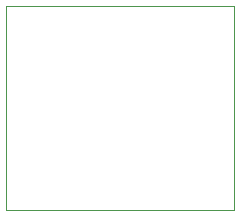
<source format=gbr>
G04 #@! TF.GenerationSoftware,KiCad,Pcbnew,(5.1.5)-3*
G04 #@! TF.CreationDate,2020-12-21T12:28:59+01:00*
G04 #@! TF.ProjectId,epimetheus_bme680,6570696d-6574-4686-9575-735f626d6536,rev?*
G04 #@! TF.SameCoordinates,Original*
G04 #@! TF.FileFunction,Profile,NP*
%FSLAX46Y46*%
G04 Gerber Fmt 4.6, Leading zero omitted, Abs format (unit mm)*
G04 Created by KiCad (PCBNEW (5.1.5)-3) date 2020-12-21 12:28:59*
%MOMM*%
%LPD*%
G04 APERTURE LIST*
%ADD10C,0.050000*%
G04 APERTURE END LIST*
D10*
X181102000Y-38862000D02*
X181102000Y-21590000D01*
X161798000Y-38862000D02*
X181102000Y-38862000D01*
X161798000Y-21590000D02*
X161798000Y-38862000D01*
X181102000Y-21590000D02*
X161798000Y-21590000D01*
M02*

</source>
